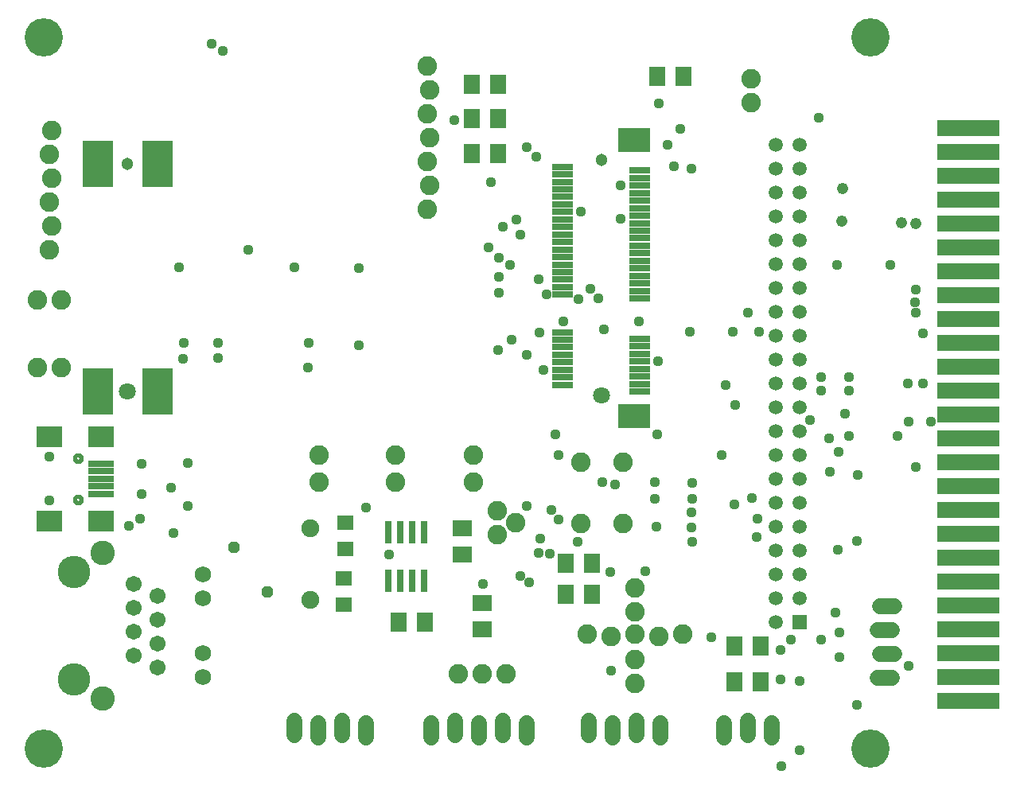
<source format=gts>
G75*
G70*
%OFA0B0*%
%FSLAX24Y24*%
%IPPOS*%
%LPD*%
%AMOC8*
5,1,8,0,0,1.08239X$1,22.5*
%
%ADD10C,0.1600*%
%ADD11C,0.0820*%
%ADD12R,0.0710X0.0789*%
%ADD13C,0.0680*%
%ADD14R,0.1064X0.0277*%
%ADD15R,0.1064X0.0867*%
%ADD16C,0.0161*%
%ADD17C,0.0710*%
%ADD18C,0.0513*%
%ADD19R,0.1340X0.0986*%
%ADD20R,0.0867X0.0316*%
%ADD21R,0.1261X0.1970*%
%ADD22R,0.2630X0.0680*%
%ADD23C,0.1025*%
%ADD24C,0.1360*%
%ADD25C,0.0671*%
%ADD26C,0.0680*%
%ADD27R,0.0316X0.0946*%
%ADD28R,0.0710X0.0631*%
%ADD29R,0.0789X0.0710*%
%ADD30C,0.0749*%
%ADD31R,0.0595X0.0595*%
%ADD32C,0.0595*%
%ADD33C,0.0437*%
%ADD34C,0.0476*%
%ADD35OC8,0.0476*%
D10*
X003094Y001796D03*
X037724Y001796D03*
X037724Y031596D03*
X003094Y031596D03*
D11*
X003454Y027704D03*
X003354Y026704D03*
X003454Y025704D03*
X003354Y024704D03*
X003454Y023704D03*
X003354Y022704D03*
X002854Y020592D03*
X003854Y020592D03*
X003854Y017764D03*
X002854Y017764D03*
X014641Y014095D03*
X014641Y012955D03*
X017844Y012955D03*
X017844Y014095D03*
X021111Y014095D03*
X021111Y012955D03*
X022118Y011778D03*
X022868Y011278D03*
X022118Y010778D03*
X025594Y011245D03*
X027374Y011245D03*
X027374Y013805D03*
X025594Y013805D03*
X027863Y008542D03*
X027863Y007542D03*
X027863Y006592D03*
X028863Y006492D03*
X029863Y006592D03*
X027863Y005542D03*
X027863Y004542D03*
X026863Y006492D03*
X025863Y006592D03*
X022484Y004946D03*
X021484Y004946D03*
X020484Y004946D03*
X019162Y024410D03*
X019262Y025410D03*
X019162Y026410D03*
X019262Y027410D03*
X019162Y028410D03*
X019262Y029410D03*
X019162Y030410D03*
X032723Y029860D03*
X032723Y028860D03*
D12*
X029912Y029978D03*
X028810Y029978D03*
X022140Y029652D03*
X021038Y029652D03*
X021038Y028192D03*
X022140Y028192D03*
X022145Y026730D03*
X021042Y026730D03*
X024956Y009565D03*
X026058Y009565D03*
X026058Y008257D03*
X024956Y008257D03*
X019083Y007103D03*
X017980Y007103D03*
X032048Y006099D03*
X033151Y006099D03*
X033150Y004598D03*
X032047Y004598D03*
D13*
X032594Y002956D02*
X032594Y002356D01*
X031594Y002256D02*
X031594Y002856D01*
X033594Y002856D02*
X033594Y002256D01*
X028939Y002256D02*
X028939Y002856D01*
X027939Y002956D02*
X027939Y002356D01*
X026939Y002256D02*
X026939Y002856D01*
X025939Y002956D02*
X025939Y002356D01*
X023344Y002256D02*
X023344Y002856D01*
X022344Y002956D02*
X022344Y002356D01*
X021344Y002256D02*
X021344Y002856D01*
X020344Y002956D02*
X020344Y002356D01*
X019344Y002256D02*
X019344Y002856D01*
X016594Y002856D02*
X016594Y002256D01*
X015594Y002356D02*
X015594Y002956D01*
X014594Y002856D02*
X014594Y002256D01*
X013594Y002356D02*
X013594Y002956D01*
X038024Y004756D02*
X038624Y004756D01*
X038724Y005756D02*
X038124Y005756D01*
X038024Y006756D02*
X038624Y006756D01*
X038724Y007756D02*
X038124Y007756D01*
D14*
X005515Y012477D03*
X005515Y012792D03*
X005515Y013107D03*
X005515Y013422D03*
X005515Y013737D03*
D15*
X005515Y014879D03*
X003350Y014879D03*
X003350Y011336D03*
X005515Y011336D03*
D16*
X004393Y012241D02*
X004395Y012264D01*
X004401Y012287D01*
X004411Y012308D01*
X004424Y012328D01*
X004440Y012345D01*
X004459Y012359D01*
X004480Y012369D01*
X004502Y012376D01*
X004525Y012379D01*
X004549Y012378D01*
X004571Y012373D01*
X004593Y012364D01*
X004613Y012352D01*
X004631Y012336D01*
X004645Y012318D01*
X004657Y012298D01*
X004665Y012276D01*
X004669Y012253D01*
X004669Y012229D01*
X004665Y012206D01*
X004657Y012184D01*
X004645Y012164D01*
X004631Y012146D01*
X004613Y012130D01*
X004593Y012118D01*
X004571Y012109D01*
X004549Y012104D01*
X004525Y012103D01*
X004502Y012106D01*
X004480Y012113D01*
X004459Y012123D01*
X004440Y012137D01*
X004424Y012154D01*
X004411Y012174D01*
X004401Y012195D01*
X004395Y012218D01*
X004393Y012241D01*
X004393Y013974D02*
X004395Y013997D01*
X004401Y014020D01*
X004411Y014041D01*
X004424Y014061D01*
X004440Y014078D01*
X004459Y014092D01*
X004480Y014102D01*
X004502Y014109D01*
X004525Y014112D01*
X004549Y014111D01*
X004571Y014106D01*
X004593Y014097D01*
X004613Y014085D01*
X004631Y014069D01*
X004645Y014051D01*
X004657Y014031D01*
X004665Y014009D01*
X004669Y013986D01*
X004669Y013962D01*
X004665Y013939D01*
X004657Y013917D01*
X004645Y013897D01*
X004631Y013879D01*
X004613Y013863D01*
X004593Y013851D01*
X004571Y013842D01*
X004549Y013837D01*
X004525Y013836D01*
X004502Y013839D01*
X004480Y013846D01*
X004459Y013856D01*
X004440Y013870D01*
X004424Y013887D01*
X004411Y013907D01*
X004401Y013928D01*
X004395Y013951D01*
X004393Y013974D01*
D17*
X006619Y016772D03*
X026462Y016614D03*
D18*
X026462Y026457D03*
X006619Y026299D03*
D19*
X027840Y027303D03*
X027840Y015748D03*
D20*
X028076Y016772D03*
X028076Y017087D03*
X028076Y017401D03*
X028076Y017716D03*
X028076Y018031D03*
X028076Y018346D03*
X028076Y018661D03*
X028076Y018976D03*
X028076Y020669D03*
X028076Y020984D03*
X028076Y021299D03*
X028076Y021614D03*
X028076Y021929D03*
X028076Y022244D03*
X028076Y022559D03*
X028076Y022874D03*
X028076Y023189D03*
X028076Y023504D03*
X028076Y023819D03*
X028076Y024134D03*
X028076Y024449D03*
X028076Y024764D03*
X028076Y025079D03*
X028076Y025394D03*
X028076Y025709D03*
X028076Y026024D03*
X024848Y026181D03*
X024848Y025866D03*
X024848Y025551D03*
X024848Y025236D03*
X024848Y024921D03*
X024848Y024606D03*
X024848Y024291D03*
X024848Y023976D03*
X024848Y023661D03*
X024848Y023346D03*
X024848Y023031D03*
X024848Y022716D03*
X024848Y022401D03*
X024848Y022087D03*
X024848Y021772D03*
X024848Y021457D03*
X024848Y021142D03*
X024848Y020827D03*
X024848Y019252D03*
X024848Y018937D03*
X024848Y018622D03*
X024848Y018307D03*
X024848Y017992D03*
X024848Y017677D03*
X024848Y017362D03*
X024848Y017047D03*
D21*
X007859Y016772D03*
X005379Y016772D03*
X005379Y026299D03*
X007859Y026299D03*
D22*
X041844Y026796D03*
X041844Y025796D03*
X041844Y024796D03*
X041844Y023796D03*
X041844Y022796D03*
X041844Y021796D03*
X041844Y020796D03*
X041844Y019796D03*
X041844Y018796D03*
X041844Y017796D03*
X041844Y016796D03*
X041844Y015796D03*
X041844Y014796D03*
X041844Y013796D03*
X041844Y012796D03*
X041844Y011796D03*
X041844Y010796D03*
X041844Y009796D03*
X041844Y008796D03*
X041844Y007796D03*
X041844Y006796D03*
X041844Y005796D03*
X041844Y004796D03*
X041844Y003796D03*
X041844Y027796D03*
D23*
X005564Y009996D03*
X005564Y003896D03*
D24*
X004364Y004696D03*
X004364Y009196D03*
D25*
X006864Y008696D03*
X007864Y008196D03*
X006864Y007696D03*
X007864Y007196D03*
X006864Y006696D03*
X007864Y006196D03*
X006864Y005696D03*
X007864Y005196D03*
D26*
X009764Y004796D03*
X009764Y005796D03*
X009764Y008096D03*
X009764Y009096D03*
D27*
X017542Y008835D03*
X018042Y008835D03*
X018542Y008835D03*
X019042Y008835D03*
X019042Y010882D03*
X018542Y010882D03*
X018042Y010882D03*
X017542Y010882D03*
D28*
X015739Y011260D03*
X015739Y010158D03*
X015685Y008929D03*
X015685Y007826D03*
D29*
X020652Y009925D03*
X020652Y011028D03*
X021486Y007913D03*
X021486Y006811D03*
D30*
X014266Y008027D03*
X014266Y011027D03*
D31*
X034784Y007096D03*
D32*
X033784Y007096D03*
X033784Y008096D03*
X034784Y008096D03*
X034784Y009096D03*
X033784Y009096D03*
X033784Y010096D03*
X034784Y010096D03*
X034784Y011096D03*
X033784Y011096D03*
X033784Y012096D03*
X034784Y012096D03*
X034784Y013096D03*
X033784Y013096D03*
X033784Y014096D03*
X034784Y014096D03*
X034784Y015096D03*
X033784Y015096D03*
X033784Y016096D03*
X034784Y016096D03*
X034784Y017096D03*
X033784Y017096D03*
X033784Y018096D03*
X034784Y018096D03*
X034784Y019096D03*
X033784Y019096D03*
X033784Y020096D03*
X034784Y020096D03*
X034784Y021096D03*
X033784Y021096D03*
X033784Y022096D03*
X034784Y022096D03*
X034784Y023096D03*
X033784Y023096D03*
X033784Y024096D03*
X034784Y024096D03*
X034784Y025096D03*
X033784Y025096D03*
X033784Y026096D03*
X034784Y026096D03*
X034784Y027096D03*
X033784Y027096D03*
D33*
X035579Y028238D03*
X030244Y026096D03*
X029504Y026216D03*
X029244Y027096D03*
X029784Y027756D03*
X028874Y028848D03*
X027286Y025403D03*
X025604Y024316D03*
X027284Y023996D03*
X023831Y021468D03*
X024178Y020834D03*
X024870Y019693D03*
X023864Y019236D03*
X023324Y018313D03*
X022704Y018926D03*
X022142Y018518D03*
X024024Y017666D03*
X026586Y019365D03*
X028045Y019703D03*
X026325Y020660D03*
X026002Y021058D03*
X025514Y020633D03*
X022640Y022058D03*
X022185Y022368D03*
X021734Y022796D03*
X022328Y023676D03*
X022908Y023978D03*
X023085Y023347D03*
X022160Y021577D03*
X022160Y020907D03*
X016309Y021940D03*
X013612Y021984D03*
X011659Y022698D03*
X008771Y021984D03*
X008967Y018816D03*
X008946Y018135D03*
X010405Y018155D03*
X010415Y018803D03*
X014189Y018807D03*
X014173Y017767D03*
X016296Y018706D03*
X009148Y013756D03*
X008436Y012731D03*
X009148Y011987D03*
X008552Y010850D03*
X007146Y011454D03*
X006658Y011150D03*
X007211Y012479D03*
X007211Y013750D03*
X003335Y014029D03*
X003335Y012219D03*
X016589Y011918D03*
X017561Y009926D03*
X021509Y008713D03*
X023065Y009030D03*
X023443Y008772D03*
X023846Y010015D03*
X024317Y009982D03*
X023903Y010593D03*
X024687Y011415D03*
X024358Y011801D03*
X023340Y011961D03*
X025457Y010468D03*
X026831Y009205D03*
X028300Y009229D03*
X030258Y010477D03*
X030255Y011082D03*
X030250Y011711D03*
X030259Y012276D03*
X030269Y012926D03*
X031504Y014096D03*
X032765Y012298D03*
X032044Y012027D03*
X033014Y011450D03*
X032966Y010681D03*
X036380Y010132D03*
X037164Y010516D03*
X037192Y013256D03*
X036024Y013416D03*
X036404Y014236D03*
X036004Y014796D03*
X036844Y014896D03*
X036680Y015840D03*
X036824Y016796D03*
X036824Y017376D03*
X035664Y017376D03*
X035664Y016796D03*
X035191Y015571D03*
X032060Y016197D03*
X031684Y017036D03*
X028837Y018027D03*
X030171Y019281D03*
X031986Y019278D03*
X032611Y020076D03*
X033079Y019272D03*
X036324Y022076D03*
X038564Y022056D03*
X039624Y021036D03*
X039612Y020520D03*
X039624Y020076D03*
X039924Y019196D03*
X039924Y017116D03*
X039304Y017116D03*
X039344Y015496D03*
X038869Y014916D03*
X040276Y015496D03*
X039649Y013592D03*
X036276Y007507D03*
X036430Y006677D03*
X035672Y006371D03*
X036440Y005643D03*
X034787Y004652D03*
X033973Y004707D03*
X033964Y005936D03*
X034405Y006364D03*
X031082Y006478D03*
X026857Y005065D03*
X034012Y001078D03*
X034788Y001742D03*
X037174Y003644D03*
X039325Y005273D03*
X028788Y011090D03*
X028712Y012286D03*
X028706Y012974D03*
X027029Y012868D03*
X026506Y012969D03*
X024685Y014099D03*
X024524Y014980D03*
X028789Y014980D03*
X021854Y025536D03*
X023344Y026996D03*
X023744Y026596D03*
X020305Y028145D03*
X010590Y031050D03*
X010140Y031351D03*
D34*
X036584Y025256D03*
X036544Y023916D03*
X039024Y023836D03*
X039624Y023816D03*
D35*
X012484Y008356D03*
X011084Y010246D03*
M02*

</source>
